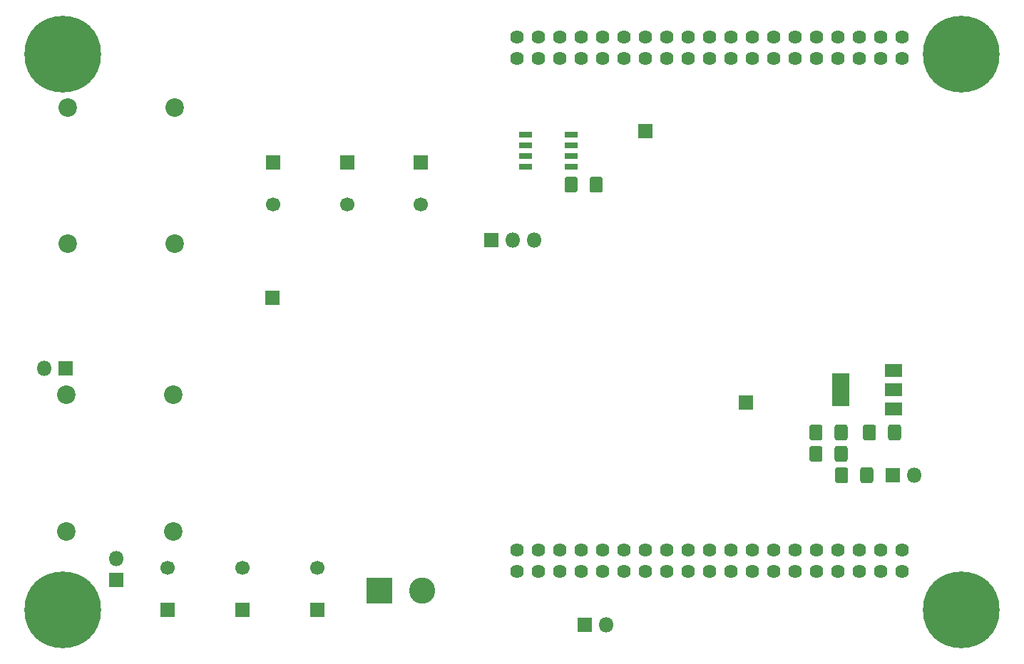
<source format=gbs>
%TF.GenerationSoftware,KiCad,Pcbnew,(5.1.0)-1*%
%TF.CreationDate,2022-07-09T20:49:55+03:00*%
%TF.ProjectId,octaver,6f637461-7665-4722-9e6b-696361645f70,rev?*%
%TF.SameCoordinates,Original*%
%TF.FileFunction,Soldermask,Bot*%
%TF.FilePolarity,Negative*%
%FSLAX46Y46*%
G04 Gerber Fmt 4.6, Leading zero omitted, Abs format (unit mm)*
G04 Created by KiCad (PCBNEW (5.1.0)-1) date 2022-07-09 20:49:55*
%MOMM*%
%LPD*%
G04 APERTURE LIST*
%ADD10C,0.100000*%
%ADD11C,1.525000*%
%ADD12C,1.624000*%
%ADD13R,2.100000X1.600000*%
%ADD14R,2.100000X3.900000*%
%ADD15C,3.100000*%
%ADD16R,3.100000X3.100000*%
%ADD17C,9.100000*%
%ADD18R,1.625000X0.800000*%
%ADD19C,2.200000*%
%ADD20R,1.800000X1.800000*%
%ADD21O,1.800000X1.800000*%
%ADD22R,1.700000X1.700000*%
%ADD23C,1.700000*%
G04 APERTURE END LIST*
D10*
%TO.C,C20*%
G36*
X189460680Y-121504288D02*
G01*
X189486651Y-121508141D01*
X189512120Y-121514520D01*
X189536841Y-121523366D01*
X189560575Y-121534591D01*
X189583095Y-121548089D01*
X189604184Y-121563730D01*
X189623638Y-121581362D01*
X189641270Y-121600816D01*
X189656911Y-121621905D01*
X189670409Y-121644425D01*
X189681634Y-121668159D01*
X189690480Y-121692880D01*
X189696859Y-121718349D01*
X189700712Y-121744320D01*
X189702000Y-121770544D01*
X189702000Y-123085456D01*
X189700712Y-123111680D01*
X189696859Y-123137651D01*
X189690480Y-123163120D01*
X189681634Y-123187841D01*
X189670409Y-123211575D01*
X189656911Y-123234095D01*
X189641270Y-123255184D01*
X189623638Y-123274638D01*
X189604184Y-123292270D01*
X189583095Y-123307911D01*
X189560575Y-123321409D01*
X189536841Y-123332634D01*
X189512120Y-123341480D01*
X189486651Y-123347859D01*
X189460680Y-123351712D01*
X189434456Y-123353000D01*
X188444544Y-123353000D01*
X188418320Y-123351712D01*
X188392349Y-123347859D01*
X188366880Y-123341480D01*
X188342159Y-123332634D01*
X188318425Y-123321409D01*
X188295905Y-123307911D01*
X188274816Y-123292270D01*
X188255362Y-123274638D01*
X188237730Y-123255184D01*
X188222089Y-123234095D01*
X188208591Y-123211575D01*
X188197366Y-123187841D01*
X188188520Y-123163120D01*
X188182141Y-123137651D01*
X188178288Y-123111680D01*
X188177000Y-123085456D01*
X188177000Y-121770544D01*
X188178288Y-121744320D01*
X188182141Y-121718349D01*
X188188520Y-121692880D01*
X188197366Y-121668159D01*
X188208591Y-121644425D01*
X188222089Y-121621905D01*
X188237730Y-121600816D01*
X188255362Y-121581362D01*
X188274816Y-121563730D01*
X188295905Y-121548089D01*
X188318425Y-121534591D01*
X188342159Y-121523366D01*
X188366880Y-121514520D01*
X188392349Y-121508141D01*
X188418320Y-121504288D01*
X188444544Y-121503000D01*
X189434456Y-121503000D01*
X189460680Y-121504288D01*
X189460680Y-121504288D01*
G37*
D11*
X188939500Y-122428000D03*
D10*
G36*
X186485680Y-121504288D02*
G01*
X186511651Y-121508141D01*
X186537120Y-121514520D01*
X186561841Y-121523366D01*
X186585575Y-121534591D01*
X186608095Y-121548089D01*
X186629184Y-121563730D01*
X186648638Y-121581362D01*
X186666270Y-121600816D01*
X186681911Y-121621905D01*
X186695409Y-121644425D01*
X186706634Y-121668159D01*
X186715480Y-121692880D01*
X186721859Y-121718349D01*
X186725712Y-121744320D01*
X186727000Y-121770544D01*
X186727000Y-123085456D01*
X186725712Y-123111680D01*
X186721859Y-123137651D01*
X186715480Y-123163120D01*
X186706634Y-123187841D01*
X186695409Y-123211575D01*
X186681911Y-123234095D01*
X186666270Y-123255184D01*
X186648638Y-123274638D01*
X186629184Y-123292270D01*
X186608095Y-123307911D01*
X186585575Y-123321409D01*
X186561841Y-123332634D01*
X186537120Y-123341480D01*
X186511651Y-123347859D01*
X186485680Y-123351712D01*
X186459456Y-123353000D01*
X185469544Y-123353000D01*
X185443320Y-123351712D01*
X185417349Y-123347859D01*
X185391880Y-123341480D01*
X185367159Y-123332634D01*
X185343425Y-123321409D01*
X185320905Y-123307911D01*
X185299816Y-123292270D01*
X185280362Y-123274638D01*
X185262730Y-123255184D01*
X185247089Y-123234095D01*
X185233591Y-123211575D01*
X185222366Y-123187841D01*
X185213520Y-123163120D01*
X185207141Y-123137651D01*
X185203288Y-123111680D01*
X185202000Y-123085456D01*
X185202000Y-121770544D01*
X185203288Y-121744320D01*
X185207141Y-121718349D01*
X185213520Y-121692880D01*
X185222366Y-121668159D01*
X185233591Y-121644425D01*
X185247089Y-121621905D01*
X185262730Y-121600816D01*
X185280362Y-121581362D01*
X185299816Y-121563730D01*
X185320905Y-121548089D01*
X185343425Y-121534591D01*
X185367159Y-121523366D01*
X185391880Y-121514520D01*
X185417349Y-121508141D01*
X185443320Y-121504288D01*
X185469544Y-121503000D01*
X186459456Y-121503000D01*
X186485680Y-121504288D01*
X186485680Y-121504288D01*
G37*
D11*
X185964500Y-122428000D03*
%TD*%
D12*
%TO.C,U8*%
X154305000Y-75438000D03*
X159385000Y-77978000D03*
X182245000Y-75438000D03*
X161925000Y-75438000D03*
X161925000Y-77978000D03*
X182245000Y-77978000D03*
X169545000Y-77978000D03*
X174625000Y-77978000D03*
X179705000Y-77978000D03*
X151765000Y-77978000D03*
X184785000Y-75438000D03*
X172085000Y-75438000D03*
X159385000Y-75438000D03*
X144145000Y-75438000D03*
X144145000Y-77978000D03*
X146685000Y-77978000D03*
X174625000Y-75438000D03*
X189865000Y-75438000D03*
X167005000Y-75438000D03*
X149225000Y-77978000D03*
X172085000Y-77978000D03*
X177165000Y-77978000D03*
X164465000Y-75438000D03*
X151765000Y-75438000D03*
X184785000Y-77978000D03*
X167005000Y-77978000D03*
X189865000Y-77978000D03*
X187325000Y-77978000D03*
X149225000Y-75438000D03*
X164465000Y-77978000D03*
X179705000Y-75438000D03*
X169545000Y-75438000D03*
X187325000Y-75438000D03*
X177165000Y-75438000D03*
X156845000Y-75438000D03*
X146685000Y-75438000D03*
X154305000Y-77978000D03*
X156845000Y-77978000D03*
X164465000Y-138938000D03*
X187325000Y-138938000D03*
X184785000Y-138938000D03*
X189865000Y-138938000D03*
X179705000Y-138938000D03*
X177165000Y-138938000D03*
X174625000Y-138938000D03*
X172085000Y-138938000D03*
X169545000Y-138938000D03*
X182245000Y-138938000D03*
X167005000Y-138938000D03*
X161925000Y-138938000D03*
X156845000Y-138938000D03*
X159385000Y-138938000D03*
X154305000Y-138938000D03*
X151765000Y-138938000D03*
X149225000Y-138938000D03*
X146685000Y-138938000D03*
X144145000Y-138938000D03*
X144145000Y-136398000D03*
X146685000Y-136398000D03*
X149225000Y-136398000D03*
X151765000Y-136398000D03*
X154305000Y-136398000D03*
X156845000Y-136398000D03*
X159385000Y-136398000D03*
X161925000Y-136398000D03*
X164465000Y-136398000D03*
X167005000Y-136398000D03*
X169545000Y-136398000D03*
X172085000Y-136398000D03*
X174625000Y-136398000D03*
X177165000Y-136398000D03*
X179705000Y-136398000D03*
X182245000Y-136398000D03*
X184785000Y-136398000D03*
X187325000Y-136398000D03*
X189865000Y-136398000D03*
%TD*%
D13*
%TO.C,U7*%
X188824000Y-115048000D03*
X188824000Y-119648000D03*
X188824000Y-117348000D03*
D14*
X182524000Y-117348000D03*
%TD*%
D15*
%TO.C,J5*%
X132842000Y-141224000D03*
D16*
X127762000Y-141224000D03*
%TD*%
D17*
%TO.C,H4*%
X196850000Y-143510000D03*
%TD*%
%TO.C,H3*%
X196850000Y-77470000D03*
%TD*%
%TO.C,H2*%
X90170000Y-143510000D03*
%TD*%
%TO.C,H1*%
X90170000Y-77470000D03*
%TD*%
D18*
%TO.C,IC1*%
X145116000Y-90805000D03*
X145116000Y-89535000D03*
X145116000Y-88265000D03*
X145116000Y-86995000D03*
X150540000Y-86995000D03*
X150540000Y-88265000D03*
X150540000Y-89535000D03*
X150540000Y-90805000D03*
%TD*%
D19*
%TO.C,J1*%
X90583800Y-117970600D03*
X103283800Y-117970600D03*
X103283800Y-134200600D03*
X90583800Y-134200600D03*
%TD*%
%TO.C,J2*%
X90787000Y-100012200D03*
X103487000Y-100012200D03*
X103487000Y-83782200D03*
X90787000Y-83782200D03*
%TD*%
D20*
%TO.C,J3*%
X90538300Y-114808000D03*
D21*
X87998300Y-114808000D03*
%TD*%
%TO.C,J4*%
X146177000Y-99568000D03*
X143637000Y-99568000D03*
D20*
X141097000Y-99568000D03*
%TD*%
%TO.C,TP1*%
X115062000Y-106426000D03*
%TD*%
%TO.C,TP2*%
X159385000Y-86614000D03*
%TD*%
%TO.C,TP3*%
X171323000Y-118872000D03*
%TD*%
D22*
%TO.C,C25*%
X102616000Y-143510000D03*
D23*
X102616000Y-138510000D03*
%TD*%
%TO.C,C26*%
X120396000Y-138510000D03*
D22*
X120396000Y-143510000D03*
%TD*%
%TO.C,C27*%
X111506000Y-143510000D03*
D23*
X111506000Y-138510000D03*
%TD*%
%TO.C,C12*%
X115189000Y-95297000D03*
D22*
X115189000Y-90297000D03*
%TD*%
%TO.C,C29*%
X123952000Y-90297000D03*
D23*
X123952000Y-95297000D03*
%TD*%
D22*
%TO.C,C30*%
X132715000Y-90297000D03*
D23*
X132715000Y-95297000D03*
%TD*%
D10*
%TO.C,C1*%
G36*
X151052680Y-92040288D02*
G01*
X151078651Y-92044141D01*
X151104120Y-92050520D01*
X151128841Y-92059366D01*
X151152575Y-92070591D01*
X151175095Y-92084089D01*
X151196184Y-92099730D01*
X151215638Y-92117362D01*
X151233270Y-92136816D01*
X151248911Y-92157905D01*
X151262409Y-92180425D01*
X151273634Y-92204159D01*
X151282480Y-92228880D01*
X151288859Y-92254349D01*
X151292712Y-92280320D01*
X151294000Y-92306544D01*
X151294000Y-93621456D01*
X151292712Y-93647680D01*
X151288859Y-93673651D01*
X151282480Y-93699120D01*
X151273634Y-93723841D01*
X151262409Y-93747575D01*
X151248911Y-93770095D01*
X151233270Y-93791184D01*
X151215638Y-93810638D01*
X151196184Y-93828270D01*
X151175095Y-93843911D01*
X151152575Y-93857409D01*
X151128841Y-93868634D01*
X151104120Y-93877480D01*
X151078651Y-93883859D01*
X151052680Y-93887712D01*
X151026456Y-93889000D01*
X150036544Y-93889000D01*
X150010320Y-93887712D01*
X149984349Y-93883859D01*
X149958880Y-93877480D01*
X149934159Y-93868634D01*
X149910425Y-93857409D01*
X149887905Y-93843911D01*
X149866816Y-93828270D01*
X149847362Y-93810638D01*
X149829730Y-93791184D01*
X149814089Y-93770095D01*
X149800591Y-93747575D01*
X149789366Y-93723841D01*
X149780520Y-93699120D01*
X149774141Y-93673651D01*
X149770288Y-93647680D01*
X149769000Y-93621456D01*
X149769000Y-92306544D01*
X149770288Y-92280320D01*
X149774141Y-92254349D01*
X149780520Y-92228880D01*
X149789366Y-92204159D01*
X149800591Y-92180425D01*
X149814089Y-92157905D01*
X149829730Y-92136816D01*
X149847362Y-92117362D01*
X149866816Y-92099730D01*
X149887905Y-92084089D01*
X149910425Y-92070591D01*
X149934159Y-92059366D01*
X149958880Y-92050520D01*
X149984349Y-92044141D01*
X150010320Y-92040288D01*
X150036544Y-92039000D01*
X151026456Y-92039000D01*
X151052680Y-92040288D01*
X151052680Y-92040288D01*
G37*
D11*
X150531500Y-92964000D03*
D10*
G36*
X154027680Y-92040288D02*
G01*
X154053651Y-92044141D01*
X154079120Y-92050520D01*
X154103841Y-92059366D01*
X154127575Y-92070591D01*
X154150095Y-92084089D01*
X154171184Y-92099730D01*
X154190638Y-92117362D01*
X154208270Y-92136816D01*
X154223911Y-92157905D01*
X154237409Y-92180425D01*
X154248634Y-92204159D01*
X154257480Y-92228880D01*
X154263859Y-92254349D01*
X154267712Y-92280320D01*
X154269000Y-92306544D01*
X154269000Y-93621456D01*
X154267712Y-93647680D01*
X154263859Y-93673651D01*
X154257480Y-93699120D01*
X154248634Y-93723841D01*
X154237409Y-93747575D01*
X154223911Y-93770095D01*
X154208270Y-93791184D01*
X154190638Y-93810638D01*
X154171184Y-93828270D01*
X154150095Y-93843911D01*
X154127575Y-93857409D01*
X154103841Y-93868634D01*
X154079120Y-93877480D01*
X154053651Y-93883859D01*
X154027680Y-93887712D01*
X154001456Y-93889000D01*
X153011544Y-93889000D01*
X152985320Y-93887712D01*
X152959349Y-93883859D01*
X152933880Y-93877480D01*
X152909159Y-93868634D01*
X152885425Y-93857409D01*
X152862905Y-93843911D01*
X152841816Y-93828270D01*
X152822362Y-93810638D01*
X152804730Y-93791184D01*
X152789089Y-93770095D01*
X152775591Y-93747575D01*
X152764366Y-93723841D01*
X152755520Y-93699120D01*
X152749141Y-93673651D01*
X152745288Y-93647680D01*
X152744000Y-93621456D01*
X152744000Y-92306544D01*
X152745288Y-92280320D01*
X152749141Y-92254349D01*
X152755520Y-92228880D01*
X152764366Y-92204159D01*
X152775591Y-92180425D01*
X152789089Y-92157905D01*
X152804730Y-92136816D01*
X152822362Y-92117362D01*
X152841816Y-92099730D01*
X152862905Y-92084089D01*
X152885425Y-92070591D01*
X152909159Y-92059366D01*
X152933880Y-92050520D01*
X152959349Y-92044141D01*
X152985320Y-92040288D01*
X153011544Y-92039000D01*
X154001456Y-92039000D01*
X154027680Y-92040288D01*
X154027680Y-92040288D01*
G37*
D11*
X153506500Y-92964000D03*
%TD*%
D10*
%TO.C,C19*%
G36*
X180135680Y-124044288D02*
G01*
X180161651Y-124048141D01*
X180187120Y-124054520D01*
X180211841Y-124063366D01*
X180235575Y-124074591D01*
X180258095Y-124088089D01*
X180279184Y-124103730D01*
X180298638Y-124121362D01*
X180316270Y-124140816D01*
X180331911Y-124161905D01*
X180345409Y-124184425D01*
X180356634Y-124208159D01*
X180365480Y-124232880D01*
X180371859Y-124258349D01*
X180375712Y-124284320D01*
X180377000Y-124310544D01*
X180377000Y-125625456D01*
X180375712Y-125651680D01*
X180371859Y-125677651D01*
X180365480Y-125703120D01*
X180356634Y-125727841D01*
X180345409Y-125751575D01*
X180331911Y-125774095D01*
X180316270Y-125795184D01*
X180298638Y-125814638D01*
X180279184Y-125832270D01*
X180258095Y-125847911D01*
X180235575Y-125861409D01*
X180211841Y-125872634D01*
X180187120Y-125881480D01*
X180161651Y-125887859D01*
X180135680Y-125891712D01*
X180109456Y-125893000D01*
X179119544Y-125893000D01*
X179093320Y-125891712D01*
X179067349Y-125887859D01*
X179041880Y-125881480D01*
X179017159Y-125872634D01*
X178993425Y-125861409D01*
X178970905Y-125847911D01*
X178949816Y-125832270D01*
X178930362Y-125814638D01*
X178912730Y-125795184D01*
X178897089Y-125774095D01*
X178883591Y-125751575D01*
X178872366Y-125727841D01*
X178863520Y-125703120D01*
X178857141Y-125677651D01*
X178853288Y-125651680D01*
X178852000Y-125625456D01*
X178852000Y-124310544D01*
X178853288Y-124284320D01*
X178857141Y-124258349D01*
X178863520Y-124232880D01*
X178872366Y-124208159D01*
X178883591Y-124184425D01*
X178897089Y-124161905D01*
X178912730Y-124140816D01*
X178930362Y-124121362D01*
X178949816Y-124103730D01*
X178970905Y-124088089D01*
X178993425Y-124074591D01*
X179017159Y-124063366D01*
X179041880Y-124054520D01*
X179067349Y-124048141D01*
X179093320Y-124044288D01*
X179119544Y-124043000D01*
X180109456Y-124043000D01*
X180135680Y-124044288D01*
X180135680Y-124044288D01*
G37*
D11*
X179614500Y-124968000D03*
D10*
G36*
X183110680Y-124044288D02*
G01*
X183136651Y-124048141D01*
X183162120Y-124054520D01*
X183186841Y-124063366D01*
X183210575Y-124074591D01*
X183233095Y-124088089D01*
X183254184Y-124103730D01*
X183273638Y-124121362D01*
X183291270Y-124140816D01*
X183306911Y-124161905D01*
X183320409Y-124184425D01*
X183331634Y-124208159D01*
X183340480Y-124232880D01*
X183346859Y-124258349D01*
X183350712Y-124284320D01*
X183352000Y-124310544D01*
X183352000Y-125625456D01*
X183350712Y-125651680D01*
X183346859Y-125677651D01*
X183340480Y-125703120D01*
X183331634Y-125727841D01*
X183320409Y-125751575D01*
X183306911Y-125774095D01*
X183291270Y-125795184D01*
X183273638Y-125814638D01*
X183254184Y-125832270D01*
X183233095Y-125847911D01*
X183210575Y-125861409D01*
X183186841Y-125872634D01*
X183162120Y-125881480D01*
X183136651Y-125887859D01*
X183110680Y-125891712D01*
X183084456Y-125893000D01*
X182094544Y-125893000D01*
X182068320Y-125891712D01*
X182042349Y-125887859D01*
X182016880Y-125881480D01*
X181992159Y-125872634D01*
X181968425Y-125861409D01*
X181945905Y-125847911D01*
X181924816Y-125832270D01*
X181905362Y-125814638D01*
X181887730Y-125795184D01*
X181872089Y-125774095D01*
X181858591Y-125751575D01*
X181847366Y-125727841D01*
X181838520Y-125703120D01*
X181832141Y-125677651D01*
X181828288Y-125651680D01*
X181827000Y-125625456D01*
X181827000Y-124310544D01*
X181828288Y-124284320D01*
X181832141Y-124258349D01*
X181838520Y-124232880D01*
X181847366Y-124208159D01*
X181858591Y-124184425D01*
X181872089Y-124161905D01*
X181887730Y-124140816D01*
X181905362Y-124121362D01*
X181924816Y-124103730D01*
X181945905Y-124088089D01*
X181968425Y-124074591D01*
X181992159Y-124063366D01*
X182016880Y-124054520D01*
X182042349Y-124048141D01*
X182068320Y-124044288D01*
X182094544Y-124043000D01*
X183084456Y-124043000D01*
X183110680Y-124044288D01*
X183110680Y-124044288D01*
G37*
D11*
X182589500Y-124968000D03*
%TD*%
D10*
%TO.C,C24*%
G36*
X180135680Y-121504288D02*
G01*
X180161651Y-121508141D01*
X180187120Y-121514520D01*
X180211841Y-121523366D01*
X180235575Y-121534591D01*
X180258095Y-121548089D01*
X180279184Y-121563730D01*
X180298638Y-121581362D01*
X180316270Y-121600816D01*
X180331911Y-121621905D01*
X180345409Y-121644425D01*
X180356634Y-121668159D01*
X180365480Y-121692880D01*
X180371859Y-121718349D01*
X180375712Y-121744320D01*
X180377000Y-121770544D01*
X180377000Y-123085456D01*
X180375712Y-123111680D01*
X180371859Y-123137651D01*
X180365480Y-123163120D01*
X180356634Y-123187841D01*
X180345409Y-123211575D01*
X180331911Y-123234095D01*
X180316270Y-123255184D01*
X180298638Y-123274638D01*
X180279184Y-123292270D01*
X180258095Y-123307911D01*
X180235575Y-123321409D01*
X180211841Y-123332634D01*
X180187120Y-123341480D01*
X180161651Y-123347859D01*
X180135680Y-123351712D01*
X180109456Y-123353000D01*
X179119544Y-123353000D01*
X179093320Y-123351712D01*
X179067349Y-123347859D01*
X179041880Y-123341480D01*
X179017159Y-123332634D01*
X178993425Y-123321409D01*
X178970905Y-123307911D01*
X178949816Y-123292270D01*
X178930362Y-123274638D01*
X178912730Y-123255184D01*
X178897089Y-123234095D01*
X178883591Y-123211575D01*
X178872366Y-123187841D01*
X178863520Y-123163120D01*
X178857141Y-123137651D01*
X178853288Y-123111680D01*
X178852000Y-123085456D01*
X178852000Y-121770544D01*
X178853288Y-121744320D01*
X178857141Y-121718349D01*
X178863520Y-121692880D01*
X178872366Y-121668159D01*
X178883591Y-121644425D01*
X178897089Y-121621905D01*
X178912730Y-121600816D01*
X178930362Y-121581362D01*
X178949816Y-121563730D01*
X178970905Y-121548089D01*
X178993425Y-121534591D01*
X179017159Y-121523366D01*
X179041880Y-121514520D01*
X179067349Y-121508141D01*
X179093320Y-121504288D01*
X179119544Y-121503000D01*
X180109456Y-121503000D01*
X180135680Y-121504288D01*
X180135680Y-121504288D01*
G37*
D11*
X179614500Y-122428000D03*
D10*
G36*
X183110680Y-121504288D02*
G01*
X183136651Y-121508141D01*
X183162120Y-121514520D01*
X183186841Y-121523366D01*
X183210575Y-121534591D01*
X183233095Y-121548089D01*
X183254184Y-121563730D01*
X183273638Y-121581362D01*
X183291270Y-121600816D01*
X183306911Y-121621905D01*
X183320409Y-121644425D01*
X183331634Y-121668159D01*
X183340480Y-121692880D01*
X183346859Y-121718349D01*
X183350712Y-121744320D01*
X183352000Y-121770544D01*
X183352000Y-123085456D01*
X183350712Y-123111680D01*
X183346859Y-123137651D01*
X183340480Y-123163120D01*
X183331634Y-123187841D01*
X183320409Y-123211575D01*
X183306911Y-123234095D01*
X183291270Y-123255184D01*
X183273638Y-123274638D01*
X183254184Y-123292270D01*
X183233095Y-123307911D01*
X183210575Y-123321409D01*
X183186841Y-123332634D01*
X183162120Y-123341480D01*
X183136651Y-123347859D01*
X183110680Y-123351712D01*
X183084456Y-123353000D01*
X182094544Y-123353000D01*
X182068320Y-123351712D01*
X182042349Y-123347859D01*
X182016880Y-123341480D01*
X181992159Y-123332634D01*
X181968425Y-123321409D01*
X181945905Y-123307911D01*
X181924816Y-123292270D01*
X181905362Y-123274638D01*
X181887730Y-123255184D01*
X181872089Y-123234095D01*
X181858591Y-123211575D01*
X181847366Y-123187841D01*
X181838520Y-123163120D01*
X181832141Y-123137651D01*
X181828288Y-123111680D01*
X181827000Y-123085456D01*
X181827000Y-121770544D01*
X181828288Y-121744320D01*
X181832141Y-121718349D01*
X181838520Y-121692880D01*
X181847366Y-121668159D01*
X181858591Y-121644425D01*
X181872089Y-121621905D01*
X181887730Y-121600816D01*
X181905362Y-121581362D01*
X181924816Y-121563730D01*
X181945905Y-121548089D01*
X181968425Y-121534591D01*
X181992159Y-121523366D01*
X182016880Y-121514520D01*
X182042349Y-121508141D01*
X182068320Y-121504288D01*
X182094544Y-121503000D01*
X183084456Y-121503000D01*
X183110680Y-121504288D01*
X183110680Y-121504288D01*
G37*
D11*
X182589500Y-122428000D03*
%TD*%
D20*
%TO.C,J6*%
X96520000Y-139954000D03*
D21*
X96520000Y-137414000D03*
%TD*%
D20*
%TO.C,J7*%
X188722000Y-127508000D03*
D21*
X191262000Y-127508000D03*
%TD*%
%TO.C,J8*%
X154686000Y-145288000D03*
D20*
X152146000Y-145288000D03*
%TD*%
D10*
%TO.C,R26*%
G36*
X183183680Y-126584288D02*
G01*
X183209651Y-126588141D01*
X183235120Y-126594520D01*
X183259841Y-126603366D01*
X183283575Y-126614591D01*
X183306095Y-126628089D01*
X183327184Y-126643730D01*
X183346638Y-126661362D01*
X183364270Y-126680816D01*
X183379911Y-126701905D01*
X183393409Y-126724425D01*
X183404634Y-126748159D01*
X183413480Y-126772880D01*
X183419859Y-126798349D01*
X183423712Y-126824320D01*
X183425000Y-126850544D01*
X183425000Y-128165456D01*
X183423712Y-128191680D01*
X183419859Y-128217651D01*
X183413480Y-128243120D01*
X183404634Y-128267841D01*
X183393409Y-128291575D01*
X183379911Y-128314095D01*
X183364270Y-128335184D01*
X183346638Y-128354638D01*
X183327184Y-128372270D01*
X183306095Y-128387911D01*
X183283575Y-128401409D01*
X183259841Y-128412634D01*
X183235120Y-128421480D01*
X183209651Y-128427859D01*
X183183680Y-128431712D01*
X183157456Y-128433000D01*
X182167544Y-128433000D01*
X182141320Y-128431712D01*
X182115349Y-128427859D01*
X182089880Y-128421480D01*
X182065159Y-128412634D01*
X182041425Y-128401409D01*
X182018905Y-128387911D01*
X181997816Y-128372270D01*
X181978362Y-128354638D01*
X181960730Y-128335184D01*
X181945089Y-128314095D01*
X181931591Y-128291575D01*
X181920366Y-128267841D01*
X181911520Y-128243120D01*
X181905141Y-128217651D01*
X181901288Y-128191680D01*
X181900000Y-128165456D01*
X181900000Y-126850544D01*
X181901288Y-126824320D01*
X181905141Y-126798349D01*
X181911520Y-126772880D01*
X181920366Y-126748159D01*
X181931591Y-126724425D01*
X181945089Y-126701905D01*
X181960730Y-126680816D01*
X181978362Y-126661362D01*
X181997816Y-126643730D01*
X182018905Y-126628089D01*
X182041425Y-126614591D01*
X182065159Y-126603366D01*
X182089880Y-126594520D01*
X182115349Y-126588141D01*
X182141320Y-126584288D01*
X182167544Y-126583000D01*
X183157456Y-126583000D01*
X183183680Y-126584288D01*
X183183680Y-126584288D01*
G37*
D11*
X182662500Y-127508000D03*
D10*
G36*
X186158680Y-126584288D02*
G01*
X186184651Y-126588141D01*
X186210120Y-126594520D01*
X186234841Y-126603366D01*
X186258575Y-126614591D01*
X186281095Y-126628089D01*
X186302184Y-126643730D01*
X186321638Y-126661362D01*
X186339270Y-126680816D01*
X186354911Y-126701905D01*
X186368409Y-126724425D01*
X186379634Y-126748159D01*
X186388480Y-126772880D01*
X186394859Y-126798349D01*
X186398712Y-126824320D01*
X186400000Y-126850544D01*
X186400000Y-128165456D01*
X186398712Y-128191680D01*
X186394859Y-128217651D01*
X186388480Y-128243120D01*
X186379634Y-128267841D01*
X186368409Y-128291575D01*
X186354911Y-128314095D01*
X186339270Y-128335184D01*
X186321638Y-128354638D01*
X186302184Y-128372270D01*
X186281095Y-128387911D01*
X186258575Y-128401409D01*
X186234841Y-128412634D01*
X186210120Y-128421480D01*
X186184651Y-128427859D01*
X186158680Y-128431712D01*
X186132456Y-128433000D01*
X185142544Y-128433000D01*
X185116320Y-128431712D01*
X185090349Y-128427859D01*
X185064880Y-128421480D01*
X185040159Y-128412634D01*
X185016425Y-128401409D01*
X184993905Y-128387911D01*
X184972816Y-128372270D01*
X184953362Y-128354638D01*
X184935730Y-128335184D01*
X184920089Y-128314095D01*
X184906591Y-128291575D01*
X184895366Y-128267841D01*
X184886520Y-128243120D01*
X184880141Y-128217651D01*
X184876288Y-128191680D01*
X184875000Y-128165456D01*
X184875000Y-126850544D01*
X184876288Y-126824320D01*
X184880141Y-126798349D01*
X184886520Y-126772880D01*
X184895366Y-126748159D01*
X184906591Y-126724425D01*
X184920089Y-126701905D01*
X184935730Y-126680816D01*
X184953362Y-126661362D01*
X184972816Y-126643730D01*
X184993905Y-126628089D01*
X185016425Y-126614591D01*
X185040159Y-126603366D01*
X185064880Y-126594520D01*
X185090349Y-126588141D01*
X185116320Y-126584288D01*
X185142544Y-126583000D01*
X186132456Y-126583000D01*
X186158680Y-126584288D01*
X186158680Y-126584288D01*
G37*
D11*
X185637500Y-127508000D03*
%TD*%
M02*

</source>
